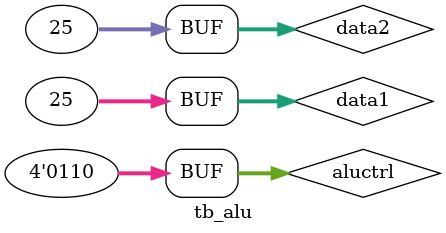
<source format=v>
`timescale 1ns / 1ps


module tb_alu;

reg [3:0] aluctrl;
reg [31:0] data1, data2;
wire [31:0] result;
wire zero;

initial begin
//case1 and
aluctrl = 4'b0000;
data1 = 32'd10;
data2 = 32'd25;
//case2 or
#10aluctrl = 4'b0001;
data1 = 32'd10;
data2 = 32'd25;
//case3 add
#10aluctrl = 4'b0010;
data1 = 32'd10;
data2 = 32'd25;
//case4 sub
#10aluctrl = 4'b0110;
data1 = 32'd10;
data2 = 32'd25;
//case5 slt
#10aluctrl = 4'b0111;
data1 = 32'd10;
data2 = 32'd25;
//case6 nor
#10aluctrl = 4'b1100;
data1 = 32'd10;
data2 = 32'd25;
//case6 nor
#10aluctrl = 4'b0110;
data1 = 32'd25;
data2 = 32'd25;
end

ALU U0  (.dataA(data1), .dataB(data2), .aluctrl(aluctrl), .aluresult(result), .zero(zero));


endmodule

</source>
